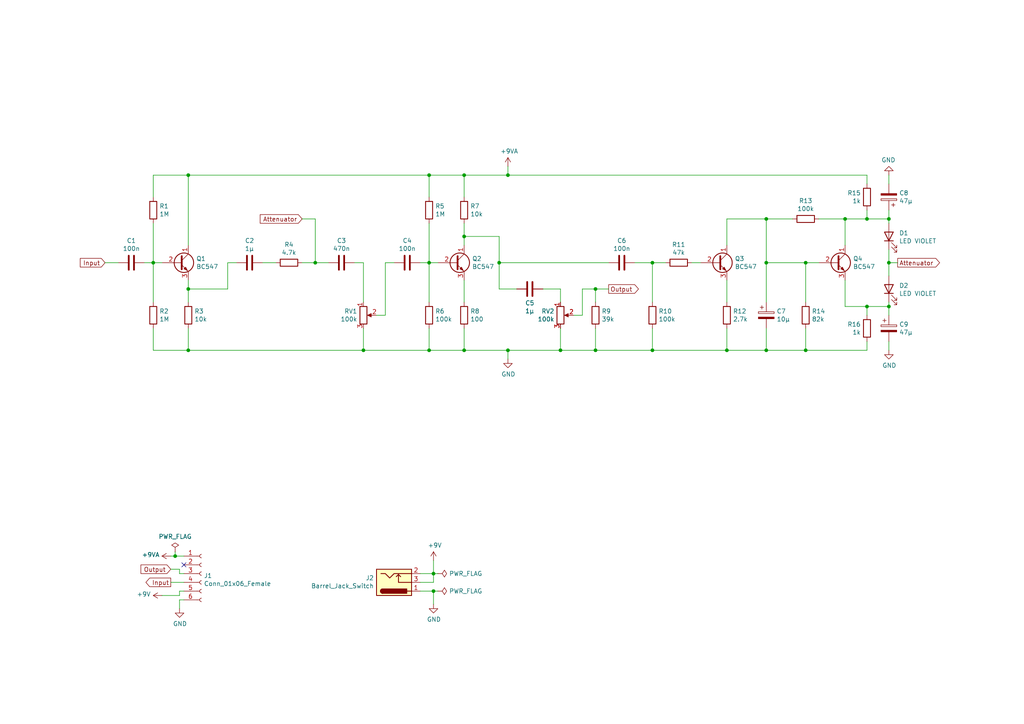
<source format=kicad_sch>
(kicad_sch (version 20211123) (generator eeschema)
  (paper "A4")
  (title_block (title "Blacklight") (date "2019-11-03") (rev "r01") (company "Nuclear Lighthouse Studios") (comment 1 "CC BY-NC-SA"))
  (lib_symbols
    (symbol "Connector:Barrel_Jack_Switch" (pin_names hide)
      (property "Reference" "J" (at 0 5.334 0))
      (property "Value" "Barrel_Jack_Switch" (at 0 -5.08 0))
      (symbol "Barrel_Jack_Switch_0_1"
        (rectangle (start -5.08 3.81) (end 5.08 -3.81) (stroke (width 0.254)) (fill (type background)))
        (arc (start -3.302 3.175) (mid -3.937 2.54) (end -3.302 1.905) (stroke (width 0.254)))
        (arc (start -3.302 3.175) (mid -3.937 2.54) (end -3.302 1.905) (stroke (width 0.254)) (fill (type outline)))
        (polyline (pts (xy 1.27 -2.286) (xy 1.905 -1.651)) (stroke (width 0.254)))
        (polyline (pts (xy 5.08 2.54) (xy 3.81 2.54)) (stroke (width 0.254)))
        (polyline (pts (xy 5.08 0) (xy 1.27 0) (xy 1.27 -2.286) (xy 0.635 -1.651)) (stroke (width 0.254)))
        (polyline (pts (xy -3.81 -2.54) (xy -2.54 -2.54) (xy -1.27 -1.27) (xy 0 -2.54) (xy 2.54 -2.54) (xy 5.08 -2.54)) (stroke (width 0.254)))
        (rectangle (start 3.683 3.175) (end -3.302 1.905) (stroke (width 0.254)) (fill (type outline)))
      )
      (symbol "Barrel_Jack_Switch_1_1"
        (pin passive line (at 7.62 2.54 180) (length 2.54) (name "~") (number "1"))
        (pin passive line (at 7.62 -2.54 180) (length 2.54) (name "~") (number "2"))
        (pin passive line (at 7.62 0 180) (length 2.54) (name "~") (number "3"))
      )
    )
    (symbol "Connector:Conn_01x06_Female" (pin_names (offset 1.016) hide)
      (property "Reference" "J" (at 0 7.62 0))
      (property "Value" "Conn_01x06_Female" (at 0 -10.16 0))
      (symbol "Conn_01x06_Female_1_1"
        (arc (start 0 -7.112) (mid -0.508 -7.62) (end 0 -8.128) (stroke (width 0.1524)))
        (arc (start 0 -4.572) (mid -0.508 -5.08) (end 0 -5.588) (stroke (width 0.1524)))
        (arc (start 0 -2.032) (mid -0.508 -2.54) (end 0 -3.048) (stroke (width 0.1524)))
        (polyline (pts (xy -1.27 -7.62) (xy -0.508 -7.62)) (stroke (width 0.1524)))
        (polyline (pts (xy -1.27 -5.08) (xy -0.508 -5.08)) (stroke (width 0.1524)))
        (polyline (pts (xy -1.27 -2.54) (xy -0.508 -2.54)) (stroke (width 0.1524)))
        (polyline (pts (xy -1.27 0) (xy -0.508 0)) (stroke (width 0.1524)))
        (polyline (pts (xy -1.27 2.54) (xy -0.508 2.54)) (stroke (width 0.1524)))
        (polyline (pts (xy -1.27 5.08) (xy -0.508 5.08)) (stroke (width 0.1524)))
        (arc (start 0 0.508) (mid -0.508 0) (end 0 -0.508) (stroke (width 0.1524)))
        (arc (start 0 3.048) (mid -0.508 2.54) (end 0 2.032) (stroke (width 0.1524)))
        (arc (start 0 5.588) (mid -0.508 5.08) (end 0 4.572) (stroke (width 0.1524)))
        (pin passive line (at -5.08 5.08 0) (length 3.81) (name "Pin_1") (number "1"))
        (pin passive line (at -5.08 2.54 0) (length 3.81) (name "Pin_2") (number "2"))
        (pin passive line (at -5.08 0 0) (length 3.81) (name "Pin_3") (number "3"))
        (pin passive line (at -5.08 -2.54 0) (length 3.81) (name "Pin_4") (number "4"))
        (pin passive line (at -5.08 -5.08 0) (length 3.81) (name "Pin_5") (number "5"))
        (pin passive line (at -5.08 -7.62 0) (length 3.81) (name "Pin_6") (number "6"))
      )
    )
    (symbol "Device:C" (pin_numbers hide) (pin_names (offset 0.254))
      (property "Reference" "C" (at 0.635 2.54 0))
      (property "Value" "C" (at 0.635 -2.54 0))
      (symbol "C_0_1"
        (polyline (pts (xy -2.032 -0.762) (xy 2.032 -0.762)) (stroke (width 0.508)))
        (polyline (pts (xy -2.032 0.762) (xy 2.032 0.762)) (stroke (width 0.508)))
      )
      (symbol "C_1_1"
        (pin passive line (at 0 3.81 270) (length 2.794) (name "~") (number "1"))
        (pin passive line (at 0 -3.81 90) (length 2.794) (name "~") (number "2"))
      )
    )
    (symbol "Device:C_Polarized" (pin_numbers hide) (pin_names (offset 0.254))
      (property "Reference" "C" (at 0.635 2.54 0))
      (property "Value" "C_Polarized" (at 0.635 -2.54 0))
      (symbol "C_Polarized_0_1"
        (rectangle (start -2.286 0.508) (end 2.286 1.016))
        (polyline (pts (xy -1.778 2.286) (xy -0.762 2.286)))
        (polyline (pts (xy -1.27 2.794) (xy -1.27 1.778)))
        (rectangle (start 2.286 -0.508) (end -2.286 -1.016) (fill (type outline)))
      )
      (symbol "C_Polarized_1_1"
        (pin passive line (at 0 3.81 270) (length 2.794) (name "~") (number "1"))
        (pin passive line (at 0 -3.81 90) (length 2.794) (name "~") (number "2"))
      )
    )
    (symbol "Device:LED" (pin_numbers hide) (pin_names (offset 1.016) hide)
      (property "Reference" "D" (at 0 2.54 0))
      (property "Value" "LED" (at 0 -2.54 0))
      (symbol "LED_0_1"
        (polyline (pts (xy -1.27 -1.27) (xy -1.27 1.27)) (stroke (width 0.254)))
        (polyline (pts (xy -1.27 0) (xy 1.27 0)))
        (polyline (pts (xy 1.27 -1.27) (xy 1.27 1.27) (xy -1.27 0) (xy 1.27 -1.27)) (stroke (width 0.254)))
        (polyline (pts (xy -3.048 -0.762) (xy -4.572 -2.286) (xy -3.81 -2.286) (xy -4.572 -2.286) (xy -4.572 -1.524)))
        (polyline (pts (xy -1.778 -0.762) (xy -3.302 -2.286) (xy -2.54 -2.286) (xy -3.302 -2.286) (xy -3.302 -1.524)))
      )
      (symbol "LED_1_1"
        (pin passive line (at -3.81 0 0) (length 2.54) (name "K") (number "1"))
        (pin passive line (at 3.81 0 180) (length 2.54) (name "A") (number "2"))
      )
    )
    (symbol "Device:R" (pin_numbers hide) (pin_names (offset 0))
      (property "Reference" "R" (at 2.032 0 90))
      (property "Value" "R" (at 0 0 90))
      (symbol "R_0_1"
        (rectangle (start -1.016 -2.54) (end 1.016 2.54) (stroke (width 0.254)))
      )
      (symbol "R_1_1"
        (pin passive line (at 0 3.81 270) (length 1.27) (name "~") (number "1"))
        (pin passive line (at 0 -3.81 90) (length 1.27) (name "~") (number "2"))
      )
    )
    (symbol "Device:R_Potentiometer" (pin_names (offset 1.016) hide)
      (property "Reference" "RV" (at -4.445 0 90))
      (property "Value" "R_Potentiometer" (at -2.54 0 90))
      (symbol "R_Potentiometer_0_1"
        (polyline (pts (xy 2.54 0) (xy 1.524 0)))
        (polyline (pts (xy 1.143 0) (xy 2.286 0.508) (xy 2.286 -0.508) (xy 1.143 0)) (fill (type outline)))
        (rectangle (start 1.016 2.54) (end -1.016 -2.54) (stroke (width 0.254)))
      )
      (symbol "R_Potentiometer_1_1"
        (pin passive line (at 0 3.81 270) (length 1.27) (name "1") (number "1"))
        (pin passive line (at 3.81 0 180) (length 1.27) (name "2") (number "2"))
        (pin passive line (at 0 -3.81 90) (length 1.27) (name "3") (number "3"))
      )
    )
    (symbol "Transistor_BJT:BC547" (pin_names (offset 0) hide)
      (property "Reference" "Q" (at 5.08 1.905 0))
      (property "Value" "BC547" (at 5.08 0 0))
      (symbol "BC547_0_1"
        (polyline (pts (xy 0 0) (xy 0.635 0)))
        (polyline (pts (xy 0.635 0.635) (xy 2.54 2.54)))
        (polyline (pts (xy 0.635 -0.635) (xy 2.54 -2.54) (xy 2.54 -2.54)))
        (polyline (pts (xy 0.635 1.905) (xy 0.635 -1.905) (xy 0.635 -1.905)) (stroke (width 0.508)))
        (polyline (pts (xy 1.27 -1.778) (xy 1.778 -1.27) (xy 2.286 -2.286) (xy 1.27 -1.778) (xy 1.27 -1.778)) (fill (type outline)))
        (circle (center 1.27 0) (radius 2.8194) (stroke (width 0.254)))
      )
      (symbol "BC547_1_1"
        (pin passive line (at 2.54 5.08 270) (length 2.54) (name "C") (number "1"))
        (pin input line (at -5.08 0 0) (length 5.08) (name "B") (number "2"))
        (pin passive line (at 2.54 -5.08 90) (length 2.54) (name "E") (number "3"))
      )
    )
    (symbol "power:+9V" (power) (pin_names (offset 0))
      (property "Value" "+9V" (at 0 3.556 0))
      (symbol "+9V_0_1"
        (polyline (pts (xy -0.762 1.27) (xy 0 2.54)))
        (polyline (pts (xy 0 0) (xy 0 2.54)))
        (polyline (pts (xy 0 2.54) (xy 0.762 1.27)))
      )
      (symbol "+9V_1_1"
        (pin power_in line (at 0 0 90) (length 0) hide (name "+9V") (number "1"))
      )
    )
    (symbol "power:+9VA" (power) (pin_names (offset 0))
      (property "Value" "+9VA" (at 0 3.81 0))
      (symbol "+9VA_0_1"
        (polyline (pts (xy -0.762 1.27) (xy 0 2.54)))
        (polyline (pts (xy 0 0) (xy 0 2.54)))
        (polyline (pts (xy 0 2.54) (xy 0.762 1.27)))
      )
      (symbol "+9VA_1_1"
        (pin power_in line (at 0 0 90) (length 0) hide (name "+9VA") (number "1"))
      )
    )
    (symbol "power:GND" (power) (pin_names (offset 0))
      (property "Value" "GND" (at 0 -3.81 0))
      (symbol "GND_0_1"
        (polyline (pts (xy 0 0) (xy 0 -1.27) (xy 1.27 -1.27) (xy 0 -2.54) (xy -1.27 -1.27) (xy 0 -1.27)))
      )
      (symbol "GND_1_1"
        (pin power_in line (at 0 0 270) (length 0) hide (name "GND") (number "1"))
      )
    )
    (symbol "power:PWR_FLAG" (power) (pin_numbers hide) (pin_names (offset 0) hide)
      (property "Value" "PWR_FLAG" (at 0 3.81 0))
      (symbol "PWR_FLAG_0_0"
        (pin power_out line (at 0 0 90) (length 0) (name "pwr") (number "1"))
      )
      (symbol "PWR_FLAG_0_1"
        (polyline (pts (xy 0 0) (xy 0 1.27) (xy -1.016 1.905) (xy 0 2.54) (xy 1.016 1.905) (xy 0 1.27)))
      )
    )
  )
  (junction (at 144.78 76.2))
  (junction (at 257.81 76.2))
  (junction (at 54.61 50.8))
  (junction (at 105.41 101.6))
  (junction (at 124.46 76.2))
  (junction (at 222.25 63.5))
  (junction (at 134.62 68.58))
  (junction (at 147.32 50.8))
  (junction (at 189.23 101.6))
  (junction (at 162.56 101.6))
  (junction (at 251.46 63.5))
  (junction (at 210.82 101.6))
  (junction (at 222.25 76.2))
  (junction (at 147.32 101.6))
  (junction (at 134.62 101.6))
  (junction (at 125.73 166.37))
  (junction (at 44.45 76.2))
  (junction (at 172.72 101.6))
  (junction (at 189.23 76.2))
  (junction (at 54.61 101.6))
  (junction (at 233.68 76.2))
  (junction (at 91.44 76.2))
  (junction (at 172.72 83.82))
  (junction (at 50.8 161.29))
  (junction (at 134.62 50.8))
  (junction (at 245.11 63.5))
  (junction (at 124.46 50.8))
  (junction (at 251.46 88.9))
  (junction (at 125.73 171.45))
  (junction (at 124.46 101.6))
  (junction (at 54.61 83.82))
  (junction (at 222.25 101.6))
  (junction (at 257.81 63.5))
  (junction (at 257.81 88.9))
  (junction (at 233.68 101.6))
  (no_connect (at 53.34 163.83))
  (wire (pts (xy 251.46 91.44) (xy 251.46 88.9)))
  (wire (pts (xy 124.46 57.15) (xy 124.46 50.8)))
  (wire (pts (xy 257.81 76.2) (xy 257.81 72.39)))
  (wire (pts (xy 189.23 101.6) (xy 210.82 101.6)))
  (wire (pts (xy 124.46 95.25) (xy 124.46 101.6)))
  (wire (pts (xy 233.68 95.25) (xy 233.68 101.6)))
  (wire (pts (xy 105.41 76.2) (xy 105.41 87.63)))
  (wire (pts (xy 172.72 95.25) (xy 172.72 101.6)))
  (wire (pts (xy 162.56 95.25) (xy 162.56 101.6)))
  (wire (pts (xy 121.92 171.45) (xy 125.73 171.45)))
  (wire (pts (xy 189.23 76.2) (xy 189.23 87.63)))
  (wire (pts (xy 121.92 168.91) (xy 125.73 168.91)))
  (wire (pts (xy 41.91 76.2) (xy 44.45 76.2)))
  (wire (pts (xy 168.91 91.44) (xy 168.91 83.82)))
  (wire (pts (xy 189.23 76.2) (xy 184.15 76.2)))
  (wire (pts (xy 172.72 101.6) (xy 189.23 101.6)))
  (wire (pts (xy 257.81 64.77) (xy 257.81 63.5)))
  (wire (pts (xy 127 171.45) (xy 125.73 171.45)))
  (wire (pts (xy 54.61 81.28) (xy 54.61 83.82)))
  (wire (pts (xy 134.62 95.25) (xy 134.62 101.6)))
  (wire (pts (xy 121.92 166.37) (xy 125.73 166.37)))
  (wire (pts (xy 134.62 50.8) (xy 124.46 50.8)))
  (wire (pts (xy 210.82 101.6) (xy 222.25 101.6)))
  (wire (pts (xy 257.81 60.96) (xy 257.81 63.5)))
  (wire (pts (xy 222.25 76.2) (xy 233.68 76.2)))
  (wire (pts (xy 257.81 99.06) (xy 257.81 101.6)))
  (wire (pts (xy 134.62 81.28) (xy 134.62 87.63)))
  (wire (pts (xy 245.11 81.28) (xy 245.11 88.9)))
  (wire (pts (xy 257.81 50.8) (xy 257.81 53.34)))
  (wire (pts (xy 124.46 101.6) (xy 134.62 101.6)))
  (wire (pts (xy 144.78 76.2) (xy 176.53 76.2)))
  (wire (pts (xy 147.32 101.6) (xy 162.56 101.6)))
  (wire (pts (xy 251.46 60.96) (xy 251.46 63.5)))
  (wire (pts (xy 257.81 63.5) (xy 251.46 63.5)))
  (wire (pts (xy 147.32 50.8) (xy 251.46 50.8)))
  (wire (pts (xy 257.81 80.01) (xy 257.81 76.2)))
  (wire (pts (xy 222.25 101.6) (xy 233.68 101.6)))
  (wire (pts (xy 210.82 81.28) (xy 210.82 87.63)))
  (wire (pts (xy 87.63 76.2) (xy 91.44 76.2)))
  (wire (pts (xy 189.23 101.6) (xy 189.23 95.25)))
  (wire (pts (xy 50.8 160.02) (xy 50.8 161.29)))
  (wire (pts (xy 125.73 162.56) (xy 125.73 166.37)))
  (wire (pts (xy 245.11 88.9) (xy 251.46 88.9)))
  (wire (pts (xy 52.07 172.72) (xy 52.07 171.45)))
  (wire (pts (xy 30.48 76.2) (xy 34.29 76.2)))
  (wire (pts (xy 168.91 83.82) (xy 172.72 83.82)))
  (wire (pts (xy 124.46 64.77) (xy 124.46 76.2)))
  (wire (pts (xy 251.46 99.06) (xy 251.46 101.6)))
  (wire (pts (xy 260.35 76.2) (xy 257.81 76.2)))
  (wire (pts (xy 54.61 83.82) (xy 66.04 83.82)))
  (wire (pts (xy 66.04 83.82) (xy 66.04 76.2)))
  (wire (pts (xy 124.46 76.2) (xy 124.46 87.63)))
  (wire (pts (xy 121.92 76.2) (xy 124.46 76.2)))
  (wire (pts (xy 172.72 83.82) (xy 176.53 83.82)))
  (wire (pts (xy 54.61 50.8) (xy 54.61 71.12)))
  (wire (pts (xy 52.07 171.45) (xy 53.34 171.45)))
  (wire (pts (xy 76.2 76.2) (xy 80.01 76.2)))
  (wire (pts (xy 49.53 161.29) (xy 50.8 161.29)))
  (wire (pts (xy 52.07 165.1) (xy 49.53 165.1)))
  (wire (pts (xy 46.99 172.72) (xy 52.07 172.72)))
  (wire (pts (xy 52.07 166.37) (xy 52.07 165.1)))
  (wire (pts (xy 52.07 176.53) (xy 52.07 173.99)))
  (wire (pts (xy 49.53 168.91) (xy 53.34 168.91)))
  (wire (pts (xy 44.45 95.25) (xy 44.45 101.6)))
  (wire (pts (xy 44.45 50.8) (xy 54.61 50.8)))
  (wire (pts (xy 233.68 101.6) (xy 251.46 101.6)))
  (wire (pts (xy 125.73 168.91) (xy 125.73 166.37)))
  (wire (pts (xy 124.46 50.8) (xy 54.61 50.8)))
  (wire (pts (xy 44.45 76.2) (xy 44.45 87.63)))
  (wire (pts (xy 251.46 63.5) (xy 245.11 63.5)))
  (wire (pts (xy 200.66 76.2) (xy 203.2 76.2)))
  (wire (pts (xy 147.32 48.26) (xy 147.32 50.8)))
  (wire (pts (xy 134.62 68.58) (xy 144.78 68.58)))
  (wire (pts (xy 245.11 63.5) (xy 245.11 71.12)))
  (wire (pts (xy 134.62 64.77) (xy 134.62 68.58)))
  (wire (pts (xy 166.37 91.44) (xy 168.91 91.44)))
  (wire (pts (xy 237.49 63.5) (xy 245.11 63.5)))
  (wire (pts (xy 251.46 88.9) (xy 257.81 88.9)))
  (wire (pts (xy 52.07 173.99) (xy 53.34 173.99)))
  (wire (pts (xy 210.82 71.12) (xy 210.82 63.5)))
  (wire (pts (xy 44.45 57.15) (xy 44.45 50.8)))
  (wire (pts (xy 111.76 76.2) (xy 111.76 91.44)))
  (wire (pts (xy 54.61 101.6) (xy 105.41 101.6)))
  (wire (pts (xy 233.68 76.2) (xy 237.49 76.2)))
  (wire (pts (xy 66.04 76.2) (xy 68.58 76.2)))
  (wire (pts (xy 144.78 68.58) (xy 144.78 76.2)))
  (wire (pts (xy 105.41 101.6) (xy 124.46 101.6)))
  (wire (pts (xy 54.61 101.6) (xy 44.45 101.6)))
  (wire (pts (xy 124.46 76.2) (xy 127 76.2)))
  (wire (pts (xy 91.44 63.5) (xy 91.44 76.2)))
  (wire (pts (xy 157.48 83.82) (xy 162.56 83.82)))
  (wire (pts (xy 257.81 88.9) (xy 257.81 87.63)))
  (wire (pts (xy 105.41 95.25) (xy 105.41 101.6)))
  (wire (pts (xy 222.25 87.63) (xy 222.25 76.2)))
  (wire (pts (xy 222.25 101.6) (xy 222.25 95.25)))
  (wire (pts (xy 162.56 83.82) (xy 162.56 87.63)))
  (wire (pts (xy 189.23 76.2) (xy 193.04 76.2)))
  (wire (pts (xy 229.87 63.5) (xy 222.25 63.5)))
  (wire (pts (xy 162.56 101.6) (xy 172.72 101.6)))
  (wire (pts (xy 44.45 64.77) (xy 44.45 76.2)))
  (wire (pts (xy 144.78 83.82) (xy 149.86 83.82)))
  (wire (pts (xy 210.82 101.6) (xy 210.82 95.25)))
  (wire (pts (xy 134.62 50.8) (xy 147.32 50.8)))
  (wire (pts (xy 109.22 91.44) (xy 111.76 91.44)))
  (wire (pts (xy 147.32 101.6) (xy 147.32 104.14)))
  (wire (pts (xy 222.25 63.5) (xy 222.25 76.2)))
  (wire (pts (xy 54.61 95.25) (xy 54.61 101.6)))
  (wire (pts (xy 50.8 161.29) (xy 53.34 161.29)))
  (wire (pts (xy 134.62 101.6) (xy 147.32 101.6)))
  (wire (pts (xy 127 166.37) (xy 125.73 166.37)))
  (wire (pts (xy 91.44 76.2) (xy 95.25 76.2)))
  (wire (pts (xy 172.72 83.82) (xy 172.72 87.63)))
  (wire (pts (xy 125.73 171.45) (xy 125.73 175.26)))
  (wire (pts (xy 53.34 166.37) (xy 52.07 166.37)))
  (wire (pts (xy 111.76 76.2) (xy 114.3 76.2)))
  (wire (pts (xy 233.68 76.2) (xy 233.68 87.63)))
  (wire (pts (xy 257.81 88.9) (xy 257.81 91.44)))
  (wire (pts (xy 251.46 53.34) (xy 251.46 50.8)))
  (wire (pts (xy 54.61 83.82) (xy 54.61 87.63)))
  (wire (pts (xy 134.62 50.8) (xy 134.62 57.15)))
  (wire (pts (xy 102.87 76.2) (xy 105.41 76.2)))
  (wire (pts (xy 87.63 63.5) (xy 91.44 63.5)))
  (wire (pts (xy 134.62 68.58) (xy 134.62 71.12)))
  (wire (pts (xy 210.82 63.5) (xy 222.25 63.5)))
  (wire (pts (xy 44.45 76.2) (xy 46.99 76.2)))
  (wire (pts (xy 144.78 76.2) (xy 144.78 83.82)))
  (global_label "Attenuator" (shape output) (at 260.35 76.2 0) (property "Intersheet References" "${INTERSHEET_REFS}" (effects hide)))
  (global_label "Output" (shape output) (at 176.53 83.82 0) (property "Intersheet References" "${INTERSHEET_REFS}" (effects hide)))
  (global_label "Attenuator" (shape input) (at 87.63 63.5 180) (property "Intersheet References" "${INTERSHEET_REFS}" (effects hide)))
  (global_label "Input" (shape output) (at 49.53 168.91 180) (property "Intersheet References" "${INTERSHEET_REFS}" (effects hide)))
  (global_label "Output" (shape input) (at 49.53 165.1 180) (property "Intersheet References" "${INTERSHEET_REFS}" (effects hide)))
  (global_label "Input" (shape input) (at 30.48 76.2 180) (property "Intersheet References" "${INTERSHEET_REFS}" (effects hide)))
  (symbol (lib_id "Device:C") (at 38.1 76.2 270) (unit 1)
    (property "Reference" "C1" (at 38.1 69.7992 90))
    (property "Value" "100n" (at 38.1 72.1106 90))
    (property "Footprint" "Capacitor_THT:C_Rect_L7.2mm_W2.5mm_P5.00mm_FKS2_FKP2_MKS2_MKP2" (effects hide))
  )
  (symbol (lib_id "Connector:Barrel_Jack_Switch") (at 114.3 168.91 0) (mirror x) (unit 1)
    (property "Reference" "J2" (at 108.458 167.64 0) (effects (justify right)))
    (property "Value" "Barrel_Jack_Switch" (at 108.458 169.9514 0) (effects (justify right)))
    (property "Footprint" "NLS:BarrelJack_Horizontal_Short" (effects hide))
  )
  (symbol (lib_id "power:GND") (at 125.73 175.26 0) (unit 1)
    (property "Reference" "#PWR05" (effects hide))
    (property "Value" "GND" (at 125.857 179.6542 0))
  )
  (symbol (lib_id "power:+9V") (at 125.73 162.56 0) (unit 1)
    (property "Reference" "#PWR04" (effects hide))
    (property "Value" "+9V" (at 126.111 158.1658 0))
  )
  (symbol (lib_id "Transistor_BJT:BC547") (at 52.07 76.2 0) (unit 1)
    (property "Reference" "Q1" (at 56.9214 75.0316 0) (effects (justify left)))
    (property "Value" "BC547" (at 56.9214 77.343 0) (effects (justify left)))
    (property "Footprint" "Package_TO_SOT_THT:TO-92_Wide" (effects hide))
    (property "Datasheet" "http://www.fairchildsemi.com/ds/BC/BC547.pdf" (effects hide))
  )
  (symbol (lib_id "Device:R") (at 54.61 91.44 180) (unit 1)
    (property "Reference" "R3" (at 56.388 90.2716 0) (effects (justify right)))
    (property "Value" "10k" (at 56.388 92.583 0) (effects (justify right)))
    (property "Footprint" "Resistor_THT:R_Axial_DIN0207_L6.3mm_D2.5mm_P2.54mm_Vertical" (effects hide))
  )
  (symbol (lib_id "Device:R") (at 44.45 91.44 180) (unit 1)
    (property "Reference" "R2" (at 46.228 90.2716 0) (effects (justify right)))
    (property "Value" "1M" (at 46.228 92.583 0) (effects (justify right)))
    (property "Footprint" "Resistor_THT:R_Axial_DIN0207_L6.3mm_D2.5mm_P2.54mm_Vertical" (effects hide))
  )
  (symbol (lib_id "Device:R") (at 44.45 60.96 0) (unit 1)
    (property "Reference" "R1" (at 46.228 59.7916 0) (effects (justify left)))
    (property "Value" "1M" (at 46.228 62.103 0) (effects (justify left)))
    (property "Footprint" "Resistor_THT:R_Axial_DIN0207_L6.3mm_D2.5mm_P2.54mm_Vertical" (effects hide))
  )
  (symbol (lib_id "Device:C") (at 72.39 76.2 270) (unit 1)
    (property "Reference" "C2" (at 72.39 69.7992 90))
    (property "Value" "1µ" (at 72.39 72.1106 90))
    (property "Footprint" "Capacitor_THT:C_Rect_L7.2mm_W4.5mm_P5.00mm_FKS2_FKP2_MKS2_MKP2" (effects hide))
  )
  (symbol (lib_id "Device:R_Potentiometer") (at 162.56 91.44 0) (unit 1)
    (property "Reference" "RV2" (at 160.8074 90.2716 0) (effects (justify right)))
    (property "Value" "100k" (at 160.8074 92.583 0) (effects (justify right)))
    (property "Footprint" "Potentiometer_THT:Potentiometer_Alps_RK09K_Single_Vertical" (effects hide))
  )
  (symbol (lib_id "power:+9VA") (at 147.32 48.26 0) (unit 1)
    (property "Reference" "#PWR06" (effects hide))
    (property "Value" "+9VA" (at 147.701 43.8658 0))
  )
  (symbol (lib_id "Device:R_Potentiometer") (at 105.41 91.44 0) (unit 1)
    (property "Reference" "RV1" (at 103.632 90.2716 0) (effects (justify right)))
    (property "Value" "100k" (at 103.632 92.583 0) (effects (justify right)))
    (property "Footprint" "Potentiometer_THT:Potentiometer_Alps_RK09K_Single_Vertical" (effects hide))
  )
  (symbol (lib_id "power:GND") (at 147.32 104.14 0) (unit 1)
    (property "Reference" "#PWR07" (effects hide))
    (property "Value" "GND" (at 147.447 108.5342 0))
  )
  (symbol (lib_id "Connector:Conn_01x06_Female") (at 58.42 166.37 0) (unit 1)
    (property "Reference" "J1" (at 59.1312 166.9796 0) (effects (justify left)))
    (property "Value" "Conn_01x06_Female" (at 59.1312 169.291 0) (effects (justify left)))
    (property "Footprint" "Connector_PinHeader_2.54mm:PinHeader_1x06_P2.54mm_Vertical" (effects hide))
  )
  (symbol (lib_id "power:+9VA") (at 49.53 161.29 90) (unit 1)
    (property "Reference" "#PWR02" (effects hide))
    (property "Value" "+9VA" (at 46.3042 160.909 90) (effects (justify left)))
  )
  (symbol (lib_id "power:+9V") (at 46.99 172.72 90) (unit 1)
    (property "Reference" "#PWR01" (effects hide))
    (property "Value" "+9V" (at 43.7388 172.339 90) (effects (justify left)))
  )
  (symbol (lib_id "power:GND") (at 52.07 176.53 0) (unit 1)
    (property "Reference" "#PWR03" (effects hide))
    (property "Value" "GND" (at 52.197 180.9242 0))
  )
  (symbol (lib_id "Device:R") (at 83.82 76.2 270) (unit 1)
    (property "Reference" "R4" (at 83.82 70.9422 90))
    (property "Value" "4.7k" (at 83.82 73.2536 90))
    (property "Footprint" "Resistor_THT:R_Axial_DIN0207_L6.3mm_D2.5mm_P2.54mm_Vertical" (effects hide))
  )
  (symbol (lib_id "Device:R") (at 124.46 60.96 180) (unit 1)
    (property "Reference" "R5" (at 126.238 59.7916 0) (effects (justify right)))
    (property "Value" "1M" (at 126.238 62.103 0) (effects (justify right)))
    (property "Footprint" "Resistor_THT:R_Axial_DIN0207_L6.3mm_D2.5mm_P2.54mm_Vertical" (effects hide))
  )
  (symbol (lib_id "Device:R") (at 124.46 91.44 180) (unit 1)
    (property "Reference" "R6" (at 126.238 90.2716 0) (effects (justify right)))
    (property "Value" "100k" (at 126.238 92.583 0) (effects (justify right)))
    (property "Footprint" "Resistor_THT:R_Axial_DIN0207_L6.3mm_D2.5mm_P2.54mm_Vertical" (effects hide))
  )
  (symbol (lib_id "Device:R") (at 134.62 91.44 180) (unit 1)
    (property "Reference" "R8" (at 136.398 90.2716 0) (effects (justify right)))
    (property "Value" "100" (at 136.398 92.583 0) (effects (justify right)))
    (property "Footprint" "Resistor_THT:R_Axial_DIN0207_L6.3mm_D2.5mm_P2.54mm_Vertical" (effects hide))
  )
  (symbol (lib_id "Transistor_BJT:BC547") (at 132.08 76.2 0) (unit 1)
    (property "Reference" "Q2" (at 136.9314 75.0316 0) (effects (justify left)))
    (property "Value" "BC547" (at 136.9314 77.343 0) (effects (justify left)))
    (property "Footprint" "Package_TO_SOT_THT:TO-92_Wide" (effects hide))
    (property "Datasheet" "http://www.fairchildsemi.com/ds/BC/BC547.pdf" (effects hide))
  )
  (symbol (lib_id "Device:C") (at 118.11 76.2 270) (unit 1)
    (property "Reference" "C4" (at 118.11 69.7992 90))
    (property "Value" "100n" (at 118.11 72.1106 90))
    (property "Footprint" "Capacitor_THT:C_Rect_L7.2mm_W2.5mm_P5.00mm_FKS2_FKP2_MKS2_MKP2" (effects hide))
  )
  (symbol (lib_id "Device:R") (at 134.62 60.96 0) (unit 1)
    (property "Reference" "R7" (at 136.398 59.7916 0) (effects (justify left)))
    (property "Value" "10k" (at 136.398 62.103 0) (effects (justify left)))
    (property "Footprint" "Resistor_THT:R_Axial_DIN0207_L6.3mm_D2.5mm_P2.54mm_Vertical" (effects hide))
  )
  (symbol (lib_id "Device:C") (at 99.06 76.2 270) (unit 1)
    (property "Reference" "C3" (at 99.06 69.7992 90))
    (property "Value" "470n" (at 99.06 72.1106 90))
    (property "Footprint" "Capacitor_THT:C_Rect_L7.2mm_W3.5mm_P5.00mm_FKS2_FKP2_MKS2_MKP2" (effects hide))
  )
  (symbol (lib_id "Device:C") (at 180.34 76.2 270) (unit 1)
    (property "Reference" "C6" (at 180.34 69.7992 90))
    (property "Value" "100n" (at 180.34 72.1106 90))
    (property "Footprint" "Capacitor_THT:C_Rect_L7.2mm_W2.5mm_P5.00mm_FKS2_FKP2_MKS2_MKP2" (effects hide))
  )
  (symbol (lib_id "Device:R") (at 189.23 91.44 0) (unit 1)
    (property "Reference" "R10" (at 191.008 90.2716 0) (effects (justify left)))
    (property "Value" "100k" (at 191.008 92.583 0) (effects (justify left)))
    (property "Footprint" "Resistor_THT:R_Axial_DIN0207_L6.3mm_D2.5mm_P2.54mm_Vertical" (effects hide))
  )
  (symbol (lib_id "Device:R") (at 196.85 76.2 90) (unit 1)
    (property "Reference" "R11" (at 196.85 70.9422 90))
    (property "Value" "47k" (at 196.85 73.2536 90))
    (property "Footprint" "Resistor_THT:R_Axial_DIN0207_L6.3mm_D2.5mm_P2.54mm_Vertical" (effects hide))
  )
  (symbol (lib_id "Transistor_BJT:BC547") (at 208.28 76.2 0) (unit 1)
    (property "Reference" "Q3" (at 213.1314 75.0316 0) (effects (justify left)))
    (property "Value" "BC547" (at 213.1314 77.343 0) (effects (justify left)))
    (property "Footprint" "Package_TO_SOT_THT:TO-92_Wide" (effects hide))
    (property "Datasheet" "http://www.fairchildsemi.com/ds/BC/BC547.pdf" (effects hide))
  )
  (symbol (lib_id "Device:R") (at 210.82 91.44 180) (unit 1)
    (property "Reference" "R12" (at 212.598 90.2716 0) (effects (justify right)))
    (property "Value" "2.7k" (at 212.598 92.583 0) (effects (justify right)))
    (property "Footprint" "Resistor_THT:R_Axial_DIN0207_L6.3mm_D2.5mm_P2.54mm_Vertical" (effects hide))
  )
  (symbol (lib_id "Transistor_BJT:BC547") (at 242.57 76.2 0) (unit 1)
    (property "Reference" "Q4" (at 247.4214 75.0316 0) (effects (justify left)))
    (property "Value" "BC547" (at 247.4214 77.343 0) (effects (justify left)))
    (property "Footprint" "Package_TO_SOT_THT:TO-92_Wide" (effects hide))
    (property "Datasheet" "http://www.fairchildsemi.com/ds/BC/BC547.pdf" (effects hide))
  )
  (symbol (lib_id "Device:C_Polarized") (at 222.25 91.44 0) (unit 1)
    (property "Reference" "C7" (at 225.2472 90.2716 0) (effects (justify left)))
    (property "Value" "10µ" (at 225.2472 92.583 0) (effects (justify left)))
    (property "Footprint" "Capacitor_THT:CP_Radial_D5.0mm_P2.50mm" (effects hide))
  )
  (symbol (lib_id "Device:R") (at 233.68 63.5 270) (unit 1)
    (property "Reference" "R13" (at 233.68 58.2422 90))
    (property "Value" "100k" (at 233.68 60.5536 90))
    (property "Footprint" "Resistor_THT:R_Axial_DIN0207_L6.3mm_D2.5mm_P7.62mm_Horizontal" (effects hide))
  )
  (symbol (lib_id "Device:LED") (at 257.81 83.82 90) (unit 1)
    (property "Reference" "D2" (at 260.7818 82.8294 90) (effects (justify right)))
    (property "Value" "LED VIOLET" (at 260.7818 85.1408 90) (effects (justify right)))
    (property "Footprint" "LED_THT:LED_D5.0mm" (effects hide))
  )
  (symbol (lib_id "Device:LED") (at 257.81 68.58 90) (unit 1)
    (property "Reference" "D1" (at 260.7818 67.5894 90) (effects (justify right)))
    (property "Value" "LED VIOLET" (at 260.7818 69.9008 90) (effects (justify right)))
    (property "Footprint" "LED_THT:LED_D5.0mm" (effects hide))
  )
  (symbol (lib_id "Device:C_Polarized") (at 257.81 95.25 0) (unit 1)
    (property "Reference" "C9" (at 260.8072 94.0816 0) (effects (justify left)))
    (property "Value" "47µ" (at 260.8072 96.393 0) (effects (justify left)))
    (property "Footprint" "Capacitor_THT:CP_Radial_D5.0mm_P2.50mm" (effects hide))
  )
  (symbol (lib_id "Device:C_Polarized") (at 257.81 57.15 180) (unit 1)
    (property "Reference" "C8" (at 260.8072 55.9816 0) (effects (justify right)))
    (property "Value" "47µ" (at 260.8072 58.293 0) (effects (justify right)))
    (property "Footprint" "Capacitor_THT:CP_Radial_D5.0mm_P2.50mm" (effects hide))
  )
  (symbol (lib_id "Device:R") (at 251.46 95.25 180) (unit 1)
    (property "Reference" "R16" (at 249.682 94.0816 0) (effects (justify left)))
    (property "Value" "1k" (at 249.682 96.393 0) (effects (justify left)))
    (property "Footprint" "Resistor_THT:R_Axial_DIN0207_L6.3mm_D2.5mm_P2.54mm_Vertical" (effects hide))
  )
  (symbol (lib_id "Device:R") (at 251.46 57.15 0) (unit 1)
    (property "Reference" "R15" (at 249.682 55.9816 0) (effects (justify right)))
    (property "Value" "1k" (at 249.682 58.293 0) (effects (justify right)))
    (property "Footprint" "Resistor_THT:R_Axial_DIN0207_L6.3mm_D2.5mm_P2.54mm_Vertical" (effects hide))
  )
  (symbol (lib_id "Device:R") (at 233.68 91.44 180) (unit 1)
    (property "Reference" "R14" (at 235.458 90.2716 0) (effects (justify right)))
    (property "Value" "82k" (at 235.458 92.583 0) (effects (justify right)))
    (property "Footprint" "Resistor_THT:R_Axial_DIN0207_L6.3mm_D2.5mm_P2.54mm_Vertical" (effects hide))
  )
  (symbol (lib_id "Device:R") (at 172.72 91.44 0) (unit 1)
    (property "Reference" "R9" (at 174.498 90.2716 0) (effects (justify left)))
    (property "Value" "39k" (at 174.498 92.583 0) (effects (justify left)))
    (property "Footprint" "Resistor_THT:R_Axial_DIN0207_L6.3mm_D2.5mm_P7.62mm_Horizontal" (effects hide))
  )
  (symbol (lib_id "Device:C") (at 153.67 83.82 270) (unit 1)
    (property "Reference" "C5" (at 153.67 87.884 90))
    (property "Value" "1µ" (at 153.67 90.1954 90))
    (property "Footprint" "Capacitor_THT:C_Rect_L7.2mm_W4.5mm_P5.00mm_FKS2_FKP2_MKS2_MKP2" (effects hide))
  )
  (symbol (lib_id "power:GND") (at 257.81 50.8 180) (unit 1)
    (property "Reference" "#PWR08" (effects hide))
    (property "Value" "GND" (at 257.683 46.4058 0))
  )
  (symbol (lib_id "power:GND") (at 257.81 101.6 0) (unit 1)
    (property "Reference" "#PWR09" (effects hide))
    (property "Value" "GND" (at 257.937 105.9942 0))
  )
  (symbol (lib_id "power:PWR_FLAG") (at 127 166.37 270) (unit 1)
    (property "Reference" "#FLG0101" (effects hide))
    (property "Value" "PWR_FLAG" (at 130.2512 166.37 90) (effects (justify left)))
  )
  (symbol (lib_id "power:PWR_FLAG") (at 127 171.45 270) (unit 1)
    (property "Reference" "#FLG0102" (effects hide))
    (property "Value" "PWR_FLAG" (at 130.2512 171.45 90) (effects (justify left)))
  )
  (symbol (lib_id "power:PWR_FLAG") (at 50.8 160.02 0) (unit 1)
    (property "Reference" "#FLG0103" (effects hide))
    (property "Value" "PWR_FLAG" (at 50.8 155.6258 0))
  )
)
</source>
